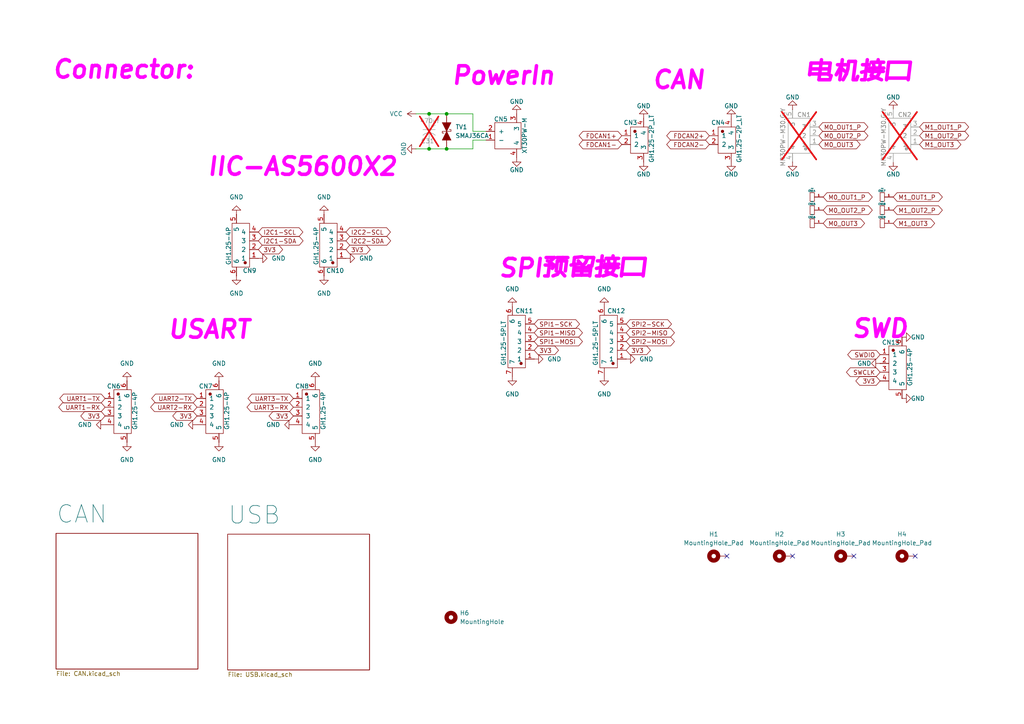
<source format=kicad_sch>
(kicad_sch (version 20250114) (generator "eeschema") (generator_version "9.0")
  (paper "A4")
  (title_block (title "Connector") (date "2025-01-24") (rev "Dennis_Re_Yoonjiho"))
  (lib_symbols
    (symbol "Mechanical:MountingHole" (pin_names (offset 1.016)) (exclude_from_sim yes) (in_bom no)
      (property "Reference" "H" (at 0 5.08 0))
      (property "Value" "MountingHole" (at 0 3.175 0))
      (symbol "MountingHole_0_1"
        (circle (center 0 0) (radius 1.27) (stroke (width 1.27)))
      )
    )
    (symbol "Mechanical:MountingHole_Pad" (pin_numbers (hide yes)) (pin_names (offset 1.016) (hide yes)) (exclude_from_sim yes) (in_bom no)
      (property "Reference" "H" (at 0 6.35 0))
      (property "Value" "MountingHole_Pad" (at 0 4.445 0))
      (symbol "MountingHole_Pad_0_1"
        (circle (center 0 1.27) (radius 1.27) (stroke (width 1.27)))
      )
      (symbol "MountingHole_Pad_1_1"
        (pin input line (at 0 -2.54 90) (length 2.54) (name "1") (number "1"))
      )
    )
    (symbol "Ts_Foc_Vo符号库:Cap_Electrolytic" (pin_numbers (hide yes)) (pin_names (offset 1.016) (hide yes))
      (property "Reference" "C" (at -4.318 2.286 0))
      (property "Value" "Cap_Electrolytic" (at 4.826 3.048 0))
      (symbol "Cap_Electrolytic_1_1"
        (polyline (pts (xy -2.54 0) (xy -0.508 0)) (stroke (width 0.1524)))
        (polyline (pts (xy -2.286 1.27) (xy -1.27 1.27)) (stroke (width 0.1524)))
        (polyline (pts (xy -1.778 1.778) (xy -1.778 0.762)) (stroke (width 0.1524)))
        (polyline (pts (xy -0.508 1.778) (xy -0.508 -1.778)) (stroke (width 0.1524)))
        (polyline (pts (xy 0.508 0) (xy 2.54 0)) (stroke (width 0.1524)))
        (arc (start 1.1176 -1.778) (mid 0.4139 0.0051) (end 1.143 1.778) (stroke (width 0.1524)))
        (pin input line (at -5.08 0 0) (length 2.54) (name "1") (number "1"))
        (pin input line (at 5.08 0 180) (length 2.54) (name "2") (number "2"))
      )
    )
    (symbol "Ts_Foc_Vo符号库:GH1.25-2P_LT" (pin_names (offset 1.016))
      (property "Reference" "CN" (at -1.524 4.826 0))
      (property "Value" "GH1.25-2P_LT" (at 4.318 0.254 90))
      (symbol "GH1.25-2P_LT_1_1"
        (rectangle (start -2.54 3.81) (end 2.54 -3.81) (stroke (width 0.1524)))
        (circle (center -1.27 2.54) (radius 0.381) (stroke (width 0.1524)) (fill (type outline)))
        (pin input line (at -5.08 1.27 0) (length 2.54) (name "1") (number "1"))
        (pin input line (at -5.08 -1.27 0) (length 2.54) (name "2") (number "2"))
        (pin input line (at 1.27 6.35 270) (length 2.54) (name "4") (number "4"))
        (pin input line (at 1.27 -6.35 90) (length 2.54) (name "3") (number "3"))
      )
    )
    (symbol "Ts_Foc_Vo符号库:GH1.25-4P" (pin_names (offset 1.016))
      (property "Reference" "CN" (at -1.524 7.366 0))
      (property "Value" "GH1.25-4P" (at 3.556 0 90))
      (symbol "GH1.25-4P_1_1"
        (rectangle (start -2.54 6.35) (end 2.54 -6.35) (stroke (width 0.1524)))
        (circle (center -1.27 5.08) (radius 0.381) (stroke (width 0.1524)) (fill (type outline)))
        (pin input line (at -5.08 3.81 0) (length 2.54) (name "1") (number "1"))
        (pin input line (at -5.08 1.27 0) (length 2.54) (name "2") (number "2"))
        (pin input line (at -5.08 -1.27 0) (length 2.54) (name "3") (number "3"))
        (pin input line (at -5.08 -3.81 0) (length 2.54) (name "4") (number "4"))
        (pin input line (at 1.27 8.89 270) (length 2.54) (name "6") (number "6"))
        (pin input line (at 1.27 -8.89 90) (length 2.54) (name "5") (number "5"))
      )
    )
    (symbol "Ts_Foc_Vo符号库:GH1.25-5PLT" (pin_names (offset 1.016))
      (property "Reference" "CN" (at -1.27 8.636 0))
      (property "Value" "GH1.25-5PLT" (at 3.81 -0.762 90))
      (symbol "GH1.25-5PLT_1_1"
        (rectangle (start -2.54 7.62) (end 2.54 -7.62) (stroke (width 0.1524)))
        (circle (center -1.27 6.35) (radius 0.381) (stroke (width 0.1524)) (fill (type outline)))
        (pin input line (at -5.08 5.08 0) (length 2.54) (name "1") (number "1"))
        (pin input line (at -5.08 2.54 0) (length 2.54) (name "2") (number "2"))
        (pin input line (at -5.08 0 0) (length 2.54) (name "3") (number "3"))
        (pin input line (at -5.08 -2.54 0) (length 2.54) (name "4") (number "4"))
        (pin input line (at -5.08 -5.08 0) (length 2.54) (name "5") (number "5"))
        (pin input line (at 1.27 10.16 270) (length 2.54) (name "7") (number "7"))
        (pin input line (at 1.27 -10.16 90) (length 2.54) (name "6") (number "6"))
      )
    )
    (symbol "Ts_Foc_Vo符号库:MR30PW-M30.G.Y" (pin_names (offset 1.016))
      (property "Reference" "CN" (at -1.778 6.096 0))
      (property "Value" "MR30PW-M30.G.Y" (at 5.334 -0.508 90))
      (symbol "MR30PW-M30.G.Y_1_1"
        (rectangle (start -2.54 5.08) (end 3.81 -5.08) (stroke (width 0.1524)))
        (circle (center -1.27 3.81) (radius 0.381) (stroke (width 0.1524)) (fill (type outline)))
        (pin input line (at -5.08 2.54 0) (length 2.54) (name "1") (number "1"))
        (pin input line (at -5.08 0 0) (length 2.54) (name "2") (number "2"))
        (pin input line (at -5.08 -2.54 0) (length 2.54) (name "3") (number "3"))
        (pin input line (at 2.54 7.62 270) (length 2.54) (name "4") (number "4"))
        (pin input line (at 2.54 -7.62 90) (length 2.54) (name "5") (number "5"))
      )
    )
    (symbol "Ts_Foc_Vo符号库:SMAJ36CA" (pin_numbers (hide yes)) (pin_names (offset 1.016) (hide yes))
      (property "Reference" "TV" (at 0 2.286 0))
      (property "Value" "SMAJ36CA" (at -0.254 -2.032 0))
      (symbol "SMAJ36CA_1_1"
        (polyline (pts (xy -2.54 -1.27) (xy 0 0) (xy -2.54 1.27) (xy -2.54 -1.27)) (stroke (width 0.1524)) (fill (type outline)))
        (polyline (pts (xy -0.508 0.762) (xy -0.508 1.27) (xy 0 1.27) (xy 0 -1.27) (xy 0.508 -1.27) (xy 0.508 -0.762)) (stroke (width 0.1524)))
        (polyline (pts (xy 2.54 1.27) (xy 0 0) (xy 2.54 -1.27) (xy 2.54 1.27)) (stroke (width 0.1524)) (fill (type outline)))
        (pin input line (at -5.08 0 0) (length 2.54) (name "K") (number "1"))
        (pin input line (at 5.08 0 180) (length 2.54) (name "A") (number "2"))
      )
    )
    (symbol "Ts_Foc_Vo符号库:XT30PW-M" (pin_names (offset 1.016))
      (property "Reference" "CN" (at -5.588 1.27 0))
      (property "Value" "XT30PW-M" (at 0 -6.096 0))
      (symbol "XT30PW-M_1_1"
        (rectangle (start -3.81 2.54) (end 3.81 -5.08) (stroke (width 0.1524)))
        (pin input line (at -6.35 -3.81 0) (length 2.54) (name "4") (number "4"))
        (pin input line (at -1.27 5.08 270) (length 2.54) (name "-") (number "1"))
        (pin input line (at 1.27 5.08 270) (length 2.54) (name "+") (number "2"))
        (pin input line (at 6.35 -3.81 180) (length 2.54) (name "3") (number "3"))
      )
    )
    (symbol "Ts_Foc_Vo符号库:通孔焊盘"
      (property "Reference" "CN" (at 0.508 0.508 0))
      (symbol "通孔焊盘_0_1"
        (rectangle (start 0 0) (end 1.27 -2.54))
      )
      (symbol "通孔焊盘_1_1"
        (pin output line (at 3.81 -1.27 180) (length 2.54) (name "") (number "1"))
      )
    )
    (symbol "power:GND" (power) (pin_numbers (hide yes)) (pin_names (offset 0) (hide yes))
      (property "Value" "GND" (at 0 -3.81 0))
      (symbol "GND_0_1"
        (polyline (pts (xy 0 0) (xy 0 -1.27) (xy 1.27 -1.27) (xy 0 -2.54) (xy -1.27 -1.27) (xy 0 -1.27)))
      )
      (symbol "GND_1_1"
        (pin power_in line (at 0 0 270) (length 0) (name "~") (number "1"))
      )
    )
    (symbol "power:VCC" (power) (pin_numbers (hide yes)) (pin_names (offset 0) (hide yes))
      (property "Value" "VCC" (at 0 3.556 0))
      (symbol "VCC_0_1"
        (polyline (pts (xy -0.762 1.27) (xy 0 2.54)))
        (polyline (pts (xy 0 2.54) (xy 0.762 1.27)))
        (polyline (pts (xy 0 0) (xy 0 2.54)))
      )
      (symbol "VCC_1_1"
        (pin power_in line (at 0 0 90) (length 0) (name "~") (number "1"))
      )
    )
  )
  (text "CAN\n" (exclude_from_sim yes) (at 196.85 23.368 0) (effects (font (size 5.08 5.08) (thickness 1.016) (bold yes) (italic yes))))
  (text "PowerIn" (exclude_from_sim yes) (at 146.05 22.098 0) (effects (font (size 5.08 5.08) (thickness 1.016) (bold yes) (italic yes))))
  (text "电机接口" (exclude_from_sim yes) (at 249.174 21.082 0) (effects (font (size 5.08 5.08) (thickness 1.016) (bold yes) (italic yes))))
  (text "IIC-AS5600X2" (exclude_from_sim yes) (at 87.63 48.514 0) (effects (font (size 5.08 5.08) (thickness 1.016) (bold yes) (italic yes))))
  (text "Connector:\n" (exclude_from_sim yes) (at 35.814 20.32 0) (effects (font (size 5.08 5.08) (thickness 1.016) (bold yes) (italic yes))))
  (text "SPI预留接口" (exclude_from_sim yes) (at 166.116 77.978 0) (effects (font (size 5.08 5.08) (thickness 1.016) (bold yes) (italic yes))))
  (text "USART" (exclude_from_sim yes) (at 60.706 95.758 0) (effects (font (size 5.08 5.08) (thickness 1.016) (bold yes) (italic yes))))
  (text "SWD\n" (exclude_from_sim yes) (at 255.27 95.504 0) (effects (font (size 5.08 5.08) (thickness 1.016) (bold yes) (italic yes))))
  (junction (at 124.46 33.02))
  (junction (at 124.46 43.18))
  (junction (at 129.54 43.18))
  (junction (at 129.54 33.02))
  (no_connect (at 247.65 161.29))
  (no_connect (at 265.43 161.29))
  (no_connect (at 229.87 161.29))
  (no_connect (at 210.82 161.29))
  (wire (pts (xy 137.16 38.1) (xy 140.97 38.1)))
  (wire (pts (xy 120.65 33.02) (xy 124.46 33.02)))
  (wire (pts (xy 129.54 43.18) (xy 137.16 43.18)))
  (wire (pts (xy 137.16 40.64) (xy 140.97 40.64)))
  (wire (pts (xy 137.16 33.02) (xy 137.16 38.1)))
  (wire (pts (xy 120.65 43.18) (xy 124.46 43.18)))
  (wire (pts (xy 137.16 43.18) (xy 137.16 40.64)))
  (wire (pts (xy 124.46 43.18) (xy 129.54 43.18)))
  (wire (pts (xy 124.46 33.02) (xy 129.54 33.02)))
  (wire (pts (xy 129.54 33.02) (xy 137.16 33.02)))
  (global_label "3V3" (shape bidirectional) (at 57.15 120.65 180) (property "Intersheetrefs" "${INTERSHEET_REFS}" (effects (hide yes))))
  (global_label "UART2-RX" (shape bidirectional) (at 57.15 118.11 180) (property "Intersheetrefs" "${INTERSHEET_REFS}" (effects (hide yes))))
  (global_label "SPI1-MISO" (shape bidirectional) (at 154.94 96.52 0) (property "Intersheetrefs" "${INTERSHEET_REFS}" (effects (hide yes))))
  (global_label "3V3" (shape bidirectional) (at 181.61 101.6 0) (property "Intersheetrefs" "${INTERSHEET_REFS}" (effects (hide yes))))
  (global_label "SPI1-MOSI" (shape bidirectional) (at 154.94 99.06 0) (property "Intersheetrefs" "${INTERSHEET_REFS}" (effects (hide yes))))
  (global_label "FDCAN2-" (shape bidirectional) (at 205.74 41.91 180) (property "Intersheetrefs" "${INTERSHEET_REFS}" (effects (hide yes))))
  (global_label "SPI1-SCK" (shape bidirectional) (at 154.94 93.98 0) (property "Intersheetrefs" "${INTERSHEET_REFS}" (effects (hide yes))))
  (global_label "3V3" (shape bidirectional) (at 30.48 120.65 180) (property "Intersheetrefs" "${INTERSHEET_REFS}" (effects (hide yes))))
  (global_label "M0_OUT1_P" (shape bidirectional) (at 238.76 57.15 0) (property "Intersheetrefs" "${INTERSHEET_REFS}" (effects (hide yes))))
  (global_label "M0_OUT2_P" (shape bidirectional) (at 237.49 39.37 0) (property "Intersheetrefs" "${INTERSHEET_REFS}" (effects (hide yes))))
  (global_label "3V3" (shape bidirectional) (at 255.27 110.49 180) (property "Intersheetrefs" "${INTERSHEET_REFS}" (effects (hide yes))))
  (global_label "I2C1-SCL" (shape bidirectional) (at 74.93 67.31 0) (property "Intersheetrefs" "${INTERSHEET_REFS}" (effects (hide yes))))
  (global_label "UART1-TX" (shape bidirectional) (at 30.48 115.57 180) (property "Intersheetrefs" "${INTERSHEET_REFS}" (effects (hide yes))))
  (global_label "M1_OUT3" (shape bidirectional) (at 266.7 41.91 0) (property "Intersheetrefs" "${INTERSHEET_REFS}" (effects (hide yes))))
  (global_label "M1_OUT2_P" (shape bidirectional) (at 259.08 60.96 0) (property "Intersheetrefs" "${INTERSHEET_REFS}" (effects (hide yes))))
  (global_label "UART3-TX" (shape bidirectional) (at 85.09 115.57 180) (property "Intersheetrefs" "${INTERSHEET_REFS}" (effects (hide yes))))
  (global_label "3V3" (shape bidirectional) (at 74.93 72.39 0) (property "Intersheetrefs" "${INTERSHEET_REFS}" (effects (hide yes))))
  (global_label "M0_OUT2_P" (shape bidirectional) (at 238.76 60.96 0) (property "Intersheetrefs" "${INTERSHEET_REFS}" (effects (hide yes))))
  (global_label "M1_OUT1_P" (shape bidirectional) (at 259.08 57.15 0) (property "Intersheetrefs" "${INTERSHEET_REFS}" (effects (hide yes))))
  (global_label "3V3" (shape bidirectional) (at 100.33 72.39 0) (property "Intersheetrefs" "${INTERSHEET_REFS}" (effects (hide yes))))
  (global_label "UART3-RX" (shape bidirectional) (at 85.09 118.11 180) (property "Intersheetrefs" "${INTERSHEET_REFS}" (effects (hide yes))))
  (global_label "UART2-TX" (shape bidirectional) (at 57.15 115.57 180) (property "Intersheetrefs" "${INTERSHEET_REFS}" (effects (hide yes))))
  (global_label "I2C2-SDA" (shape bidirectional) (at 100.33 69.85 0) (property "Intersheetrefs" "${INTERSHEET_REFS}" (effects (hide yes))))
  (global_label "SPI2-MOSI" (shape bidirectional) (at 181.61 99.06 0) (property "Intersheetrefs" "${INTERSHEET_REFS}" (effects (hide yes))))
  (global_label "M0_OUT3" (shape bidirectional) (at 237.49 41.91 0) (property "Intersheetrefs" "${INTERSHEET_REFS}" (effects (hide yes))))
  (global_label "FDCAN1-" (shape bidirectional) (at 180.34 41.91 180) (property "Intersheetrefs" "${INTERSHEET_REFS}" (effects (hide yes))))
  (global_label "SWCLK" (shape bidirectional) (at 255.27 107.95 180) (property "Intersheetrefs" "${INTERSHEET_REFS}" (effects (hide yes))))
  (global_label "I2C1-SDA" (shape bidirectional) (at 74.93 69.85 0) (property "Intersheetrefs" "${INTERSHEET_REFS}" (effects (hide yes))))
  (global_label "SWDIO" (shape bidirectional) (at 255.27 102.87 180) (property "Intersheetrefs" "${INTERSHEET_REFS}" (effects (hide yes))))
  (global_label "M1_OUT1_P" (shape bidirectional) (at 266.7 36.83 0) (property "Intersheetrefs" "${INTERSHEET_REFS}" (effects (hide yes))))
  (global_label "M0_OUT1_P" (shape bidirectional) (at 237.49 36.83 0) (property "Intersheetrefs" "${INTERSHEET_REFS}" (effects (hide yes))))
  (global_label "FDCAN2+" (shape bidirectional) (at 205.74 39.37 180) (property "Intersheetrefs" "${INTERSHEET_REFS}" (effects (hide yes))))
  (global_label "UART1-RX" (shape bidirectional) (at 30.48 118.11 180) (property "Intersheetrefs" "${INTERSHEET_REFS}" (effects (hide yes))))
  (global_label "3V3" (shape bidirectional) (at 85.09 120.65 180) (property "Intersheetrefs" "${INTERSHEET_REFS}" (effects (hide yes))))
  (global_label "3V3" (shape bidirectional) (at 154.94 101.6 0) (property "Intersheetrefs" "${INTERSHEET_REFS}" (effects (hide yes))))
  (global_label "M1_OUT3" (shape bidirectional) (at 259.08 64.77 0) (property "Intersheetrefs" "${INTERSHEET_REFS}" (effects (hide yes))))
  (global_label "M1_OUT2_P" (shape bidirectional) (at 266.7 39.37 0) (property "Intersheetrefs" "${INTERSHEET_REFS}" (effects (hide yes))))
  (global_label "FDCAN1+" (shape bidirectional) (at 180.34 39.37 180) (property "Intersheetrefs" "${INTERSHEET_REFS}" (effects (hide yes))))
  (global_label "I2C2-SCL" (shape bidirectional) (at 100.33 67.31 0) (property "Intersheetrefs" "${INTERSHEET_REFS}" (effects (hide yes))))
  (global_label "SPI2-SCK" (shape bidirectional) (at 181.61 93.98 0) (property "Intersheetrefs" "${INTERSHEET_REFS}" (effects (hide yes))))
  (global_label "SPI2-MISO" (shape bidirectional) (at 181.61 96.52 0) (property "Intersheetrefs" "${INTERSHEET_REFS}" (effects (hide yes))))
  (global_label "M0_OUT3" (shape bidirectional) (at 238.76 64.77 0) (property "Intersheetrefs" "${INTERSHEET_REFS}" (effects (hide yes))))
  (symbol (lib_id "Mechanical:MountingHole") (at 130.81 179.07 0) (unit 1) (exclude_from_sim yes) (in_bom no)
    (property "Reference" "H6" (at 133.35 177.7999 0) (effects (justify left)))
    (property "Value" "MountingHole" (at 133.35 180.3399 0) (effects (justify left)))
    (property "Footprint" "MountingHole:MountingHole_3.2mm_M3" (effects (hide yes)))
    (property "Description" "Mounting Hole without connection" (effects (hide yes)))
  )
  (symbol (lib_id "power:GND") (at 85.09 123.19 270) (unit 1)
    (property "Reference" "#PWR065" (effects (hide yes)))
    (property "Value" "GND" (at 81.28 123.1899 90) (effects (justify right)))
    (property "Description" "Power symbol creates a global label with name \"GND\" , ground" (effects (hide yes)))
  )
  (symbol (lib_id "power:GND") (at 259.08 46.99 0) (unit 1)
    (property "Reference" "#PWR049" (effects (hide yes)))
    (property "Value" "GND" (at 259.08 50.546 0))
    (property "Description" "Power symbol creates a global label with name \"GND\" , ground" (effects (hide yes)))
  )
  (symbol (lib_id "power:GND") (at 261.62 115.57 90) (unit 1)
    (property "Reference" "#PWR081" (effects (hide yes)))
    (property "Value" "GND" (at 264.16 115.57 90) (effects (justify right)))
    (property "Description" "Power symbol creates a global label with name \"GND\" , ground" (effects (hide yes)))
  )
  (symbol (lib_id "power:GND") (at 74.93 74.93 90) (unit 1)
    (property "Reference" "#PWR068" (effects (hide yes)))
    (property "Value" "GND" (at 78.74 74.9301 90) (effects (justify right)))
    (property "Description" "Power symbol creates a global label with name \"GND\" , ground" (effects (hide yes)))
  )
  (symbol (lib_id "Ts_Foc_Vo符号库:通孔焊盘") (at 255.27 59.69 0) (unit 1)
    (property "Reference" "CN18" (at 255.778 59.182 0) (effects (font (size 0.508 0.508))))
    (property "Value" "~" (at 255.905 58.42 0))
    (property "Footprint" "Ts_Foc_Vo封装库:通孔焊盘" (effects (hide yes)))
  )
  (symbol (lib_id "power:GND") (at 36.83 110.49 180) (unit 1)
    (property "Reference" "#PWR060" (effects (hide yes)))
    (property "Value" "GND" (at 36.83 105.41 0))
    (property "Description" "Power symbol creates a global label with name \"GND\" , ground" (effects (hide yes)))
  )
  (symbol (lib_id "power:GND") (at 261.62 97.79 90) (unit 1)
    (property "Reference" "#PWR080" (effects (hide yes)))
    (property "Value" "GND" (at 264.16 97.79 90) (effects (justify right)))
    (property "Description" "Power symbol creates a global label with name \"GND\" , ground" (effects (hide yes)))
  )
  (symbol (lib_id "power:GND") (at 91.44 128.27 0) (unit 1)
    (property "Reference" "#PWR067" (effects (hide yes)))
    (property "Value" "GND" (at 91.44 133.35 0))
    (property "Description" "Power symbol creates a global label with name \"GND\" , ground" (effects (hide yes)))
  )
  (symbol (lib_id "power:GND") (at 36.83 128.27 0) (unit 1)
    (property "Reference" "#PWR061" (effects (hide yes)))
    (property "Value" "GND" (at 36.83 133.35 0))
    (property "Description" "Power symbol creates a global label with name \"GND\" , ground" (effects (hide yes)))
  )
  (symbol (lib_id "power:GND") (at 91.44 110.49 180) (unit 1)
    (property "Reference" "#PWR066" (effects (hide yes)))
    (property "Value" "GND" (at 91.44 105.41 0))
    (property "Description" "Power symbol creates a global label with name \"GND\" , ground" (effects (hide yes)))
  )
  (symbol (lib_id "power:GND") (at 148.59 109.22 0) (unit 1)
    (property "Reference" "#PWR075" (effects (hide yes)))
    (property "Value" "GND" (at 148.59 114.3 0))
    (property "Description" "Power symbol creates a global label with name \"GND\" , ground" (effects (hide yes)))
  )
  (symbol (lib_id "power:GND") (at 175.26 109.22 0) (unit 1)
    (property "Reference" "#PWR078" (effects (hide yes)))
    (property "Value" "GND" (at 175.26 114.3 0))
    (property "Description" "Power symbol creates a global label with name \"GND\" , ground" (effects (hide yes)))
  )
  (symbol (lib_id "power:GND") (at 229.87 31.75 180) (unit 1)
    (property "Reference" "#PWR046" (effects (hide yes)))
    (property "Value" "GND" (at 229.87 28.194 0))
    (property "Description" "Power symbol creates a global label with name \"GND\" , ground" (effects (hide yes)))
  )
  (symbol (lib_id "Ts_Foc_Vo符号库:通孔焊盘") (at 234.95 55.88 0) (unit 1)
    (property "Reference" "CN14" (at 235.458 55.372 0) (effects (font (size 0.508 0.508))))
    (property "Value" "~" (at 235.585 54.61 0))
    (property "Footprint" "Ts_Foc_Vo封装库:通孔焊盘" (effects (hide yes)))
  )
  (symbol (lib_id "Ts_Foc_Vo符号库:MR30PW-M30.G.Y") (at 232.41 39.37 180) (unit 1) (exclude_from_sim yes) (in_bom no) (on_board no) (dnp yes)
    (property "Reference" "CN1" (at 235.204 33.274 0) (effects (justify left)))
    (property "Value" "MR30PW-M30.G.Y" (at 227.076 31.242 90) (effects (justify left)))
    (property "SuppliersPartNumber" "C19268036" (effects (hide yes)))
    (property "uuid" "std:fd50f7a470564d188bd35cbced11e981" (effects (hide yes)))
  )
  (symbol (lib_id "Ts_Foc_Vo符号库:GH1.25-4P") (at 90.17 119.38 0) (unit 1)
    (property "Reference" "CN8" (at 85.598 112.014 0) (effects (justify left)))
    (property "Value" "GH1.25-4P" (at 93.726 124.714 90) (effects (justify left)))
    (property "Footprint" "Ts_Foc_Vo封装库:GH1.25_CONN-SMD_4P-P1.25" (effects (hide yes)))
    (property "SuppliersPartNumber" "C18077711" (effects (hide yes)))
    (property "uuid" "std:04baf036832348e9968012a97c32b546" (effects (hide yes)))
  )
  (symbol (lib_id "power:GND") (at 255.27 105.41 270) (unit 1)
    (property "Reference" "#PWR058" (effects (hide yes)))
    (property "Value" "GND" (at 252.73 105.41 90) (effects (justify right)))
    (property "Description" "Power symbol creates a global label with name \"GND\" , ground" (effects (hide yes)))
  )
  (symbol (lib_id "Ts_Foc_Vo符号库:XT30PW-M") (at 146.05 39.37 90) (unit 1)
    (property "Reference" "CN5" (at 143.256 34.544 90) (effects (justify right)))
    (property "Value" "XT30PW-M" (at 152.146 34.036 0) (effects (justify right)))
    (property "Footprint" "Ts_Foc_Vo封装库:XT30PW-M" (effects (hide yes)))
    (property "Datasheet" "http://www.szlcsc.com/product/details_426930.html" (effects (hide yes)))
    (property "SuppliersPartNumber" "C431092" (effects (hide yes)))
    (property "uuid" "std:a5840929b24f4c1eb727ea4219c56c07" (effects (hide yes)))
  )
  (symbol (lib_id "power:GND") (at 63.5 128.27 0) (unit 1)
    (property "Reference" "#PWR064" (effects (hide yes)))
    (property "Value" "GND" (at 63.5 133.35 0))
    (property "Description" "Power symbol creates a global label with name \"GND\" , ground" (effects (hide yes)))
  )
  (symbol (lib_id "Ts_Foc_Vo符号库:通孔焊盘") (at 234.95 59.69 0) (unit 1)
    (property "Reference" "CN15" (at 235.458 59.182 0) (effects (font (size 0.508 0.508))))
    (property "Value" "~" (at 235.585 58.42 0))
    (property "Footprint" "Ts_Foc_Vo封装库:通孔焊盘" (effects (hide yes)))
  )
  (symbol (lib_id "power:GND") (at 120.65 43.18 270) (unit 1)
    (property "Reference" "#PWR057" (effects (hide yes)))
    (property "Value" "GND" (at 117.094 43.18 0))
    (property "Description" "Power symbol creates a global label with name \"GND\" , ground" (effects (hide yes)))
  )
  (symbol (lib_id "Ts_Foc_Vo符号库:GH1.25-2P_LT") (at 185.42 40.64 0) (unit 1)
    (property "Reference" "CN3" (at 180.848 35.56 0) (effects (justify left)))
    (property "Value" "GH1.25-2P_LT" (at 188.976 47.244 90) (effects (justify left)))
    (property "Footprint" "Ts_Foc_Vo封装库:GH1.25_1X2" (effects (hide yes)))
    (property "SuppliersPartNumber" "C18077709" (effects (hide yes)))
    (property "uuid" "std:6287d80be8b149cb8320c6f0c764f130" (effects (hide yes)))
  )
  (symbol (lib_id "power:GND") (at 229.87 46.99 0) (unit 1)
    (property "Reference" "#PWR047" (effects (hide yes)))
    (property "Value" "GND" (at 229.87 50.546 0))
    (property "Description" "Power symbol creates a global label with name \"GND\" , ground" (effects (hide yes)))
  )
  (symbol (lib_id "Ts_Foc_Vo符号库:GH1.25-4P") (at 260.35 106.68 0) (unit 1)
    (property "Reference" "CN13" (at 255.778 99.314 0) (effects (justify left)))
    (property "Value" "GH1.25-4P" (at 263.906 112.014 90) (effects (justify left)))
    (property "Footprint" "Ts_Foc_Vo封装库:GH1.25_CONN-SMD_4P-P1.25" (effects (hide yes)))
    (property "SuppliersPartNumber" "C18077711" (effects (hide yes)))
    (property "uuid" "std:04baf036832348e9968012a97c32b546" (effects (hide yes)))
  )
  (symbol (lib_id "power:GND") (at 154.94 104.14 90) (unit 1)
    (property "Reference" "#PWR076" (effects (hide yes)))
    (property "Value" "GND" (at 158.75 104.1399 90) (effects (justify right)))
    (property "Description" "Power symbol creates a global label with name \"GND\" , ground" (effects (hide yes)))
  )
  (symbol (lib_id "power:GND") (at 175.26 88.9 180) (unit 1)
    (property "Reference" "#PWR077" (effects (hide yes)))
    (property "Value" "GND" (at 175.26 83.82 0))
    (property "Description" "Power symbol creates a global label with name \"GND\" , ground" (effects (hide yes)))
  )
  (symbol (lib_id "Mechanical:MountingHole_Pad") (at 227.33 161.29 90) (unit 1) (exclude_from_sim yes) (in_bom no)
    (property "Reference" "H2" (at 226.06 154.94 90))
    (property "Value" "MountingHole_Pad" (at 226.06 157.48 90))
    (property "Footprint" "MountingHole:MountingHole_3.7mm_Pad_Via" (effects (hide yes)))
    (property "Description" "Mounting Hole with connection" (effects (hide yes)))
  )
  (symbol (lib_id "power:GND") (at 93.98 80.01 0) (unit 1)
    (property "Reference" "#PWR072" (effects (hide yes)))
    (property "Value" "GND" (at 93.98 85.09 0))
    (property "Description" "Power symbol creates a global label with name \"GND\" , ground" (effects (hide yes)))
  )
  (symbol (lib_id "power:GND") (at 259.08 31.75 180) (unit 1)
    (property "Reference" "#PWR048" (effects (hide yes)))
    (property "Value" "GND" (at 259.08 28.194 0))
    (property "Description" "Power symbol creates a global label with name \"GND\" , ground" (effects (hide yes)))
  )
  (symbol (lib_id "power:GND") (at 149.86 45.72 0) (unit 1)
    (property "Reference" "#PWR055" (effects (hide yes)))
    (property "Value" "GND" (at 149.86 49.276 0))
    (property "Description" "Power symbol creates a global label with name \"GND\" , ground" (effects (hide yes)))
  )
  (symbol (lib_id "Ts_Foc_Vo符号库:GH1.25-4P") (at 69.85 71.12 180) (unit 1)
    (property "Reference" "CN9" (at 74.422 78.486 0) (effects (justify left)))
    (property "Value" "GH1.25-4P" (at 66.294 65.786 90) (effects (justify left)))
    (property "Footprint" "Ts_Foc_Vo封装库:GH1.25_CONN-SMD_4P-P1.25" (effects (hide yes)))
    (property "SuppliersPartNumber" "C18077711" (effects (hide yes)))
    (property "uuid" "std:04baf036832348e9968012a97c32b546" (effects (hide yes)))
  )
  (symbol (lib_id "power:GND") (at 149.86 33.02 180) (unit 1)
    (property "Reference" "#PWR054" (effects (hide yes)))
    (property "Value" "GND" (at 149.86 29.464 0))
    (property "Description" "Power symbol creates a global label with name \"GND\" , ground" (effects (hide yes)))
  )
  (symbol (lib_id "power:GND") (at 186.69 46.99 0) (unit 1)
    (property "Reference" "#PWR051" (effects (hide yes)))
    (property "Value" "GND" (at 186.69 50.546 0))
    (property "Description" "Power symbol creates a global label with name \"GND\" , ground" (effects (hide yes)))
  )
  (symbol (lib_id "power:GND") (at 68.58 80.01 0) (unit 1)
    (property "Reference" "#PWR069" (effects (hide yes)))
    (property "Value" "GND" (at 68.58 85.09 0))
    (property "Description" "Power symbol creates a global label with name \"GND\" , ground" (effects (hide yes)))
  )
  (symbol (lib_id "Ts_Foc_Vo符号库:通孔焊盘") (at 255.27 63.5 0) (unit 1)
    (property "Reference" "CN19" (at 255.778 62.992 0) (effects (font (size 0.508 0.508))))
    (property "Value" "~" (at 255.905 62.23 0))
    (property "Footprint" "Ts_Foc_Vo封装库:通孔焊盘" (effects (hide yes)))
  )
  (symbol (lib_id "Mechanical:MountingHole_Pad") (at 245.11 161.29 90) (unit 1) (exclude_from_sim yes) (in_bom no)
    (property "Reference" "H3" (at 243.84 154.94 90))
    (property "Value" "MountingHole_Pad" (at 243.84 157.48 90))
    (property "Footprint" "MountingHole:MountingHole_3.7mm_Pad_Via" (effects (hide yes)))
    (property "Description" "Mounting Hole with connection" (effects (hide yes)))
  )
  (symbol (lib_id "power:GND") (at 186.69 34.29 180) (unit 1)
    (property "Reference" "#PWR050" (effects (hide yes)))
    (property "Value" "GND" (at 186.69 30.734 0))
    (property "Description" "Power symbol creates a global label with name \"GND\" , ground" (effects (hide yes)))
  )
  (symbol (lib_id "power:GND") (at 212.09 46.99 0) (unit 1)
    (property "Reference" "#PWR053" (effects (hide yes)))
    (property "Value" "GND" (at 212.09 50.546 0))
    (property "Description" "Power symbol creates a global label with name \"GND\" , ground" (effects (hide yes)))
  )
  (symbol (lib_id "power:GND") (at 63.5 110.49 180) (unit 1)
    (property "Reference" "#PWR063" (effects (hide yes)))
    (property "Value" "GND" (at 63.5 105.41 0))
    (property "Description" "Power symbol creates a global label with name \"GND\" , ground" (effects (hide yes)))
  )
  (symbol (lib_id "Ts_Foc_Vo符号库:GH1.25-5PLT") (at 176.53 99.06 180) (unit 1)
    (property "Reference" "CN12" (at 181.356 90.17 0) (effects (justify left)))
    (property "Value" "GH1.25-5PLT" (at 172.72 92.964 90) (effects (justify left)))
    (property "Footprint" "Ts_Foc_Vo封装库:GH1.25_CONN-SMD_5P-P1.25" (effects (hide yes)))
    (property "SuppliersPartNumber" "C18077712" (effects (hide yes)))
    (property "uuid" "std:a472cdd6ad454b32860fdd2983e38e62" (effects (hide yes)))
  )
  (symbol (lib_id "power:GND") (at 100.33 74.93 90) (unit 1)
    (property "Reference" "#PWR073" (effects (hide yes)))
    (property "Value" "GND" (at 104.14 74.9301 90) (effects (justify right)))
    (property "Description" "Power symbol creates a global label with name \"GND\" , ground" (effects (hide yes)))
  )
  (symbol (lib_id "power:GND") (at 57.15 123.19 270) (unit 1)
    (property "Reference" "#PWR062" (effects (hide yes)))
    (property "Value" "GND" (at 53.34 123.1899 90) (effects (justify right)))
    (property "Description" "Power symbol creates a global label with name \"GND\" , ground" (effects (hide yes)))
  )
  (symbol (lib_id "power:GND") (at 93.98 62.23 180) (unit 1)
    (property "Reference" "#PWR071" (effects (hide yes)))
    (property "Value" "GND" (at 93.98 57.15 0))
    (property "Description" "Power symbol creates a global label with name \"GND\" , ground" (effects (hide yes)))
  )
  (symbol (lib_id "power:GND") (at 212.09 34.29 180) (unit 1)
    (property "Reference" "#PWR052" (effects (hide yes)))
    (property "Value" "GND" (at 212.09 30.734 0))
    (property "Description" "Power symbol creates a global label with name \"GND\" , ground" (effects (hide yes)))
  )
  (symbol (lib_id "power:GND") (at 68.58 62.23 180) (unit 1)
    (property "Reference" "#PWR070" (effects (hide yes)))
    (property "Value" "GND" (at 68.58 57.15 0))
    (property "Description" "Power symbol creates a global label with name \"GND\" , ground" (effects (hide yes)))
  )
  (symbol (lib_id "Ts_Foc_Vo符号库:MR30PW-M30.G.Y") (at 261.62 39.37 180) (unit 1) (exclude_from_sim yes) (in_bom no) (on_board no) (dnp yes)
    (property "Reference" "CN2" (at 264.414 33.274 0) (effects (justify left)))
    (property "Value" "MR30PW-M30.G.Y" (at 256.286 31.242 90) (effects (justify left)))
    (property "SuppliersPartNumber" "C19268036" (effects (hide yes)))
    (property "uuid" "std:fd50f7a470564d188bd35cbced11e981" (effects (hide yes)))
  )
  (symbol (lib_id "Ts_Foc_Vo符号库:GH1.25-4P") (at 35.56 119.38 0) (unit 1)
    (property "Reference" "CN6" (at 30.988 112.014 0) (effects (justify left)))
    (property "Value" "GH1.25-4P" (at 39.116 124.714 90) (effects (justify left)))
    (property "Footprint" "Ts_Foc_Vo封装库:GH1.25_CONN-SMD_4P-P1.25" (effects (hide yes)))
    (property "SuppliersPartNumber" "C18077711" (effects (hide yes)))
    (property "uuid" "std:04baf036832348e9968012a97c32b546" (effects (hide yes)))
  )
  (symbol (lib_id "Ts_Foc_Vo符号库:GH1.25-2P_LT") (at 210.82 40.64 0) (unit 1)
    (property "Reference" "CN4" (at 206.248 35.56 0) (effects (justify left)))
    (property "Value" "GH1.25-2P_LT" (at 214.376 47.244 90) (effects (justify left)))
    (property "Footprint" "Ts_Foc_Vo封装库:GH1.25_1X2" (effects (hide yes)))
    (property "SuppliersPartNumber" "C18077709" (effects (hide yes)))
    (property "uuid" "std:6287d80be8b149cb8320c6f0c764f130" (effects (hide yes)))
  )
  (symbol (lib_id "power:VCC") (at 120.65 33.02 90) (unit 1)
    (property "Reference" "#PWR056" (effects (hide yes)))
    (property "Value" "VCC" (at 116.84 33.0199 90) (effects (justify left)))
    (property "Description" "Power symbol creates a global label with name \"VCC\"" (effects (hide yes)))
  )
  (symbol (lib_id "Ts_Foc_Vo符号库:通孔焊盘") (at 234.95 63.5 0) (unit 1)
    (property "Reference" "CN16" (at 235.458 62.992 0) (effects (font (size 0.508 0.508))))
    (property "Value" "~" (at 235.585 62.23 0))
    (property "Footprint" "Ts_Foc_Vo封装库:通孔焊盘" (effects (hide yes)))
  )
  (symbol (lib_id "Ts_Foc_Vo符号库:通孔焊盘") (at 255.27 55.88 0) (unit 1)
    (property "Reference" "CN17" (at 255.778 55.372 0) (effects (font (size 0.508 0.508))))
    (property "Value" "~" (at 255.905 54.61 0))
    (property "Footprint" "Ts_Foc_Vo封装库:通孔焊盘" (effects (hide yes)))
  )
  (symbol (lib_id "power:GND") (at 148.59 88.9 180) (unit 1)
    (property "Reference" "#PWR074" (effects (hide yes)))
    (property "Value" "GND" (at 148.59 83.82 0))
    (property "Description" "Power symbol creates a global label with name \"GND\" , ground" (effects (hide yes)))
  )
  (symbol (lib_id "Ts_Foc_Vo符号库:GH1.25-4P") (at 95.25 71.12 180) (unit 1)
    (property "Reference" "CN10" (at 99.822 78.486 0) (effects (justify left)))
    (property "Value" "GH1.25-4P" (at 91.694 65.786 90) (effects (justify left)))
    (property "Footprint" "Ts_Foc_Vo封装库:GH1.25_CONN-SMD_4P-P1.25" (effects (hide yes)))
    (property "SuppliersPartNumber" "C18077711" (effects (hide yes)))
    (property "uuid" "std:04baf036832348e9968012a97c32b546" (effects (hide yes)))
  )
  (symbol (lib_id "Ts_Foc_Vo符号库:GH1.25-5PLT") (at 149.86 99.06 180) (unit 1)
    (property "Reference" "CN11" (at 154.686 90.17 0) (effects (justify left)))
    (property "Value" "GH1.25-5PLT" (at 146.05 92.964 90) (effects (justify left)))
    (property "Footprint" "Ts_Foc_Vo封装库:GH1.25_CONN-SMD_5P-P1.25" (effects (hide yes)))
    (property "SuppliersPartNumber" "C18077712" (effects (hide yes)))
    (property "uuid" "std:a472cdd6ad454b32860fdd2983e38e62" (effects (hide yes)))
  )
  (symbol (lib_id "Ts_Foc_Vo符号库:GH1.25-4P") (at 62.23 119.38 0) (unit 1)
    (property "Reference" "CN7" (at 57.658 112.014 0) (effects (justify left)))
    (property "Value" "GH1.25-4P" (at 65.786 124.714 90) (effects (justify left)))
    (property "Footprint" "Ts_Foc_Vo封装库:GH1.25_CONN-SMD_4P-P1.25" (effects (hide yes)))
    (property "SuppliersPartNumber" "C18077711" (effects (hide yes)))
    (property "uuid" "std:04baf036832348e9968012a97c32b546" (effects (hide yes)))
  )
  (symbol (lib_id "Ts_Foc_Vo符号库:Cap_Electrolytic") (at 124.46 38.1 270) (unit 1) (exclude_from_sim yes) (in_bom no) (on_board no) (dnp yes)
    (property "Reference" "C31" (at 125.984 40.894 90) (effects (justify right)))
    (property "Value" "470uf" (at 127.508 35.052 90) (effects (justify right)))
    (property "Footprint" "Ts_Foc_Vo封装库:Cap_Electrolytic" (effects (hide yes)))
    (property "SuppliersPartNumber" "C2960233" (effects (hide yes)))
    (property "uuid" "std:f2c4c4acb06341a6b501ff67d9191846" (effects (hide yes)))
  )
  (symbol (lib_id "power:GND") (at 30.48 123.19 270) (unit 1)
    (property "Reference" "#PWR059" (effects (hide yes)))
    (property "Value" "GND" (at 26.67 123.1899 90) (effects (justify right)))
    (property "Description" "Power symbol creates a global label with name \"GND\" , ground" (effects (hide yes)))
  )
  (symbol (lib_id "power:GND") (at 181.61 104.14 90) (unit 1)
    (property "Reference" "#PWR079" (effects (hide yes)))
    (property "Value" "GND" (at 185.42 104.1399 90) (effects (justify right)))
    (property "Description" "Power symbol creates a global label with name \"GND\" , ground" (effects (hide yes)))
  )
  (symbol (lib_id "Mechanical:MountingHole_Pad") (at 208.28 161.29 90) (unit 1) (exclude_from_sim yes) (in_bom no)
    (property "Reference" "H1" (at 207.01 154.94 90))
    (property "Value" "MountingHole_Pad" (at 207.01 157.48 90))
    (property "Footprint" "MountingHole:MountingHole_3.7mm_Pad_Via" (effects (hide yes)))
    (property "Description" "Mounting Hole with connection" (effects (hide yes)))
  )
  (symbol (lib_id "Ts_Foc_Vo符号库:SMAJ36CA") (at 129.54 38.1 90) (unit 1)
    (property "Reference" "TV1" (at 132.08 36.8299 90) (effects (justify right)))
    (property "Value" "SMAJ36CA" (at 132.08 39.3699 90) (effects (justify right)))
    (property "Footprint" "Ts_Foc_Vo封装库:SMA_L4.4" (effects (hide yes)))
    (property "Datasheet" "http://www.szlcsc.com/product/details_88448.html" (effects (hide yes)))
    (property "SuppliersPartNumber" "C87270" (effects (hide yes)))
    (property "uuid" "std:080b688eba436c70954d860205d81b8f" (effects (hide yes)))
  )
  (symbol (lib_id "Mechanical:MountingHole_Pad") (at 262.89 161.29 90) (unit 1) (exclude_from_sim yes) (in_bom no)
    (property "Reference" "H4" (at 261.62 154.94 90))
    (property "Value" "MountingHole_Pad" (at 261.62 157.48 90))
    (property "Footprint" "MountingHole:MountingHole_3.7mm_Pad_Via" (effects (hide yes)))
    (property "Description" "Mounting Hole with connection" (effects (hide yes)))
  )
  (sheet (at 66.04 154.94) (size 41.148 39.37) (stroke (width 0.1524))
    (property "Sheetname" "USB" (at 66.04 152.3234 0) (effects (font (size 5.08 5.08)) (justify left bottom)))
    (property "Sheetfile" "USB.kicad_sch" (at 66.04 194.8946 0) (effects (justify left top)))
  )
  (sheet (at 16.256 154.686) (size 41.148 39.37) (stroke (width 0.1524))
    (property "Sheetname" "CAN" (at 16.256 152.0694 0) (effects (font (size 5.08 5.08)) (justify left bottom)))
    (property "Sheetfile" "CAN.kicad_sch" (at 16.256 194.6406 0) (effects (justify left top)))
  )
)
</source>
